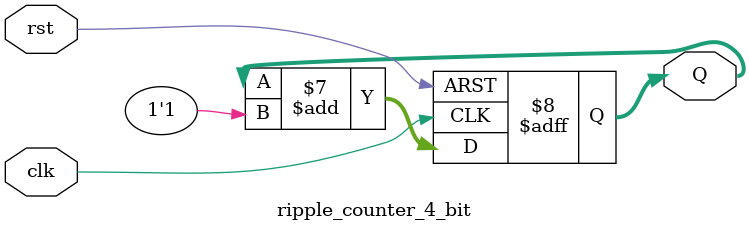
<source format=v>
`timescale 1ns / 1ps

module ripple_counter_4_bit( clk, rst, Q );
input clk, rst;
output reg [3:0] Q;
always @(posedge clk or posedge rst) 
begin
    if (rst)
        Q <= 4'b0000;
    else
        Q <= count(Q);
end

function [3:0] count;
input [3:0] q;
begin
    count = q +1'b1;
end
endfunction

endmodule

</source>
